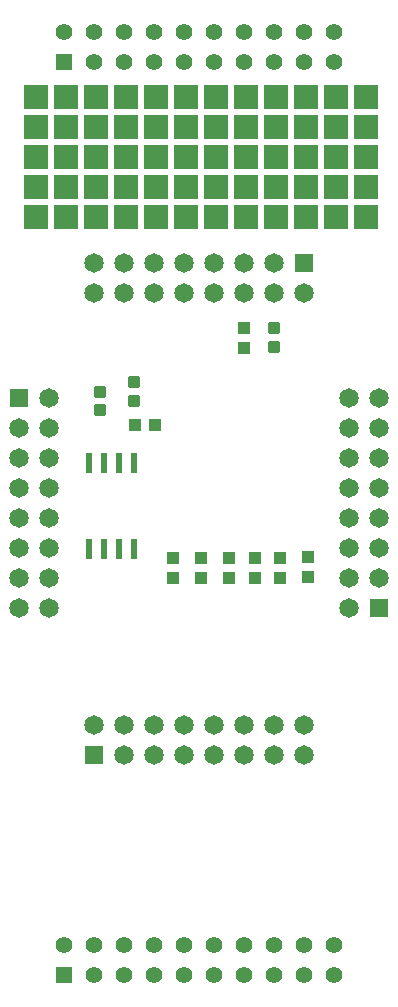
<source format=gbr>
%TF.GenerationSoftware,Altium Limited,Altium Designer,23.4.1 (23)*%
G04 Layer_Color=255*
%FSLAX45Y45*%
%MOMM*%
%TF.SameCoordinates,06F9E411-BB4A-4FCF-AF8D-8E7D50D0EFEC*%
%TF.FilePolarity,Positive*%
%TF.FileFunction,Pads,Bot*%
%TF.Part,Single*%
G01*
G75*
%TA.AperFunction,SMDPad,CuDef*%
G04:AMPARAMS|DCode=11|XSize=0.94mm|YSize=1.02mm|CornerRadius=0.094mm|HoleSize=0mm|Usage=FLASHONLY|Rotation=270.000|XOffset=0mm|YOffset=0mm|HoleType=Round|Shape=RoundedRectangle|*
%AMROUNDEDRECTD11*
21,1,0.94000,0.83200,0,0,270.0*
21,1,0.75200,1.02000,0,0,270.0*
1,1,0.18800,-0.41600,-0.37600*
1,1,0.18800,-0.41600,0.37600*
1,1,0.18800,0.41600,0.37600*
1,1,0.18800,0.41600,-0.37600*
%
%ADD11ROUNDEDRECTD11*%
%ADD12R,1.00000X1.10000*%
%TA.AperFunction,ComponentPad*%
%ADD18C,1.39000*%
%ADD19R,1.39000X1.39000*%
%ADD20R,1.65000X1.65000*%
%ADD21C,1.65000*%
%TA.AperFunction,ViaPad*%
%ADD22R,2.00000X2.00000*%
%TA.AperFunction,ComponentPad*%
%ADD23R,1.65000X1.65000*%
%TA.AperFunction,SMDPad,CuDef*%
G04:AMPARAMS|DCode=25|XSize=0.58mm|YSize=1.61mm|CornerRadius=0.0435mm|HoleSize=0mm|Usage=FLASHONLY|Rotation=180.000|XOffset=0mm|YOffset=0mm|HoleType=Round|Shape=RoundedRectangle|*
%AMROUNDEDRECTD25*
21,1,0.58000,1.52300,0,0,180.0*
21,1,0.49300,1.61000,0,0,180.0*
1,1,0.08700,-0.24650,0.76150*
1,1,0.08700,0.24650,0.76150*
1,1,0.08700,0.24650,-0.76150*
1,1,0.08700,-0.24650,-0.76150*
%
%ADD25ROUNDEDRECTD25*%
%ADD26R,1.10000X1.00000*%
D11*
X2286000Y5826500D02*
D03*
Y5984500D02*
D03*
X809625Y5286750D02*
D03*
Y5444750D02*
D03*
X1095375Y5524125D02*
D03*
Y5366125D02*
D03*
D12*
X2032000Y5814875D02*
D03*
Y5984875D02*
D03*
X2571750Y4043500D02*
D03*
Y3873500D02*
D03*
X2333625Y4037875D02*
D03*
Y3867875D02*
D03*
X2127250Y4037875D02*
D03*
Y3867875D02*
D03*
X1428750Y4037875D02*
D03*
Y3867875D02*
D03*
X1666875Y4037875D02*
D03*
Y3867875D02*
D03*
X1905000Y4037875D02*
D03*
Y3867875D02*
D03*
D18*
X2794000Y8492000D02*
D03*
Y8238000D02*
D03*
X2540000Y8492000D02*
D03*
Y8238000D02*
D03*
X2286000Y8492000D02*
D03*
Y8238000D02*
D03*
X2032000Y8492000D02*
D03*
Y8238000D02*
D03*
X1778000Y8492000D02*
D03*
Y8238000D02*
D03*
X1524000Y8492000D02*
D03*
Y8238000D02*
D03*
X1270000Y8492000D02*
D03*
Y8238000D02*
D03*
X1016000Y8492000D02*
D03*
Y8238000D02*
D03*
X762000Y8492000D02*
D03*
Y8238000D02*
D03*
X508000Y8492000D02*
D03*
X2794000Y762000D02*
D03*
Y508000D02*
D03*
X2540000Y762000D02*
D03*
Y508000D02*
D03*
X2286000Y762000D02*
D03*
Y508000D02*
D03*
X2032000Y762000D02*
D03*
Y508000D02*
D03*
X1778000Y762000D02*
D03*
Y508000D02*
D03*
X1524000Y762000D02*
D03*
Y508000D02*
D03*
X1270000Y762000D02*
D03*
Y508000D02*
D03*
X1016000Y762000D02*
D03*
Y508000D02*
D03*
X762000Y762000D02*
D03*
Y508000D02*
D03*
X508000Y762000D02*
D03*
D19*
Y8238000D02*
D03*
Y508000D02*
D03*
D20*
X2539000Y6532000D02*
D03*
X761000Y2368000D02*
D03*
D21*
X2539000Y6278000D02*
D03*
X2285000Y6532000D02*
D03*
Y6278000D02*
D03*
X2031000Y6532000D02*
D03*
Y6278000D02*
D03*
X1777000Y6532000D02*
D03*
Y6278000D02*
D03*
X1523000Y6532000D02*
D03*
Y6278000D02*
D03*
X1269000Y6532000D02*
D03*
Y6278000D02*
D03*
X1015000Y6532000D02*
D03*
Y6278000D02*
D03*
X761000Y6532000D02*
D03*
Y6278000D02*
D03*
Y2622000D02*
D03*
X1015000Y2368000D02*
D03*
Y2622000D02*
D03*
X1269000Y2368000D02*
D03*
Y2622000D02*
D03*
X1523000Y2368000D02*
D03*
Y2622000D02*
D03*
X1777000Y2368000D02*
D03*
Y2622000D02*
D03*
X2031000Y2368000D02*
D03*
Y2622000D02*
D03*
X2285000Y2368000D02*
D03*
Y2622000D02*
D03*
X2539000Y2368000D02*
D03*
Y2622000D02*
D03*
X2919000Y3611000D02*
D03*
X3173000Y3865000D02*
D03*
X2919000D02*
D03*
X3173000Y4119000D02*
D03*
X2919000D02*
D03*
X3173000Y4373000D02*
D03*
X2919000D02*
D03*
X3173000Y4627000D02*
D03*
X2919000D02*
D03*
X3173000Y4881000D02*
D03*
X2919000D02*
D03*
X3173000Y5135000D02*
D03*
X2919000D02*
D03*
X3173000Y5389000D02*
D03*
X2919000D02*
D03*
X381000D02*
D03*
X127000Y5135000D02*
D03*
X381000D02*
D03*
X127000Y4881000D02*
D03*
X381000D02*
D03*
X127000Y4627000D02*
D03*
X381000D02*
D03*
X127000Y4373000D02*
D03*
X381000D02*
D03*
X127000Y4119000D02*
D03*
X381000D02*
D03*
X127000Y3865000D02*
D03*
X381000D02*
D03*
X127000Y3611000D02*
D03*
X381000D02*
D03*
D22*
X2555875Y6921500D02*
D03*
X2301875D02*
D03*
X2809875D02*
D03*
X3063875D02*
D03*
X1539875D02*
D03*
X1793875D02*
D03*
X2047875D02*
D03*
X1285875D02*
D03*
X777875D02*
D03*
X523875D02*
D03*
X1031875D02*
D03*
X269875D02*
D03*
X2555875Y7175500D02*
D03*
X2301875D02*
D03*
X2809875D02*
D03*
X3063875D02*
D03*
X1539875D02*
D03*
X1793875D02*
D03*
X2047875D02*
D03*
X1285875D02*
D03*
X777875D02*
D03*
X523875D02*
D03*
X1031875D02*
D03*
X269875D02*
D03*
Y7429500D02*
D03*
X1031875D02*
D03*
X523875D02*
D03*
X777875D02*
D03*
X1285875D02*
D03*
X2047875D02*
D03*
X1793875D02*
D03*
X1539875D02*
D03*
X3063875D02*
D03*
X2809875D02*
D03*
X2301875D02*
D03*
X2555875D02*
D03*
X2301875Y7937500D02*
D03*
Y7683500D02*
D03*
X2555875D02*
D03*
Y7937500D02*
D03*
X3063875D02*
D03*
Y7683500D02*
D03*
X2809875D02*
D03*
Y7937500D02*
D03*
X1285875D02*
D03*
Y7683500D02*
D03*
X1539875D02*
D03*
Y7937500D02*
D03*
X2047875D02*
D03*
Y7683500D02*
D03*
X1793875D02*
D03*
Y7937500D02*
D03*
X777875D02*
D03*
Y7683500D02*
D03*
X1031875D02*
D03*
Y7937500D02*
D03*
X523875D02*
D03*
Y7683500D02*
D03*
X269875D02*
D03*
Y7937500D02*
D03*
D23*
X3173000Y3611000D02*
D03*
X127000Y5389000D02*
D03*
D25*
X1095375Y4837250D02*
D03*
X968375D02*
D03*
X841375D02*
D03*
X714375D02*
D03*
Y4116250D02*
D03*
X841375D02*
D03*
X968375D02*
D03*
X1095375D02*
D03*
D26*
X1105625Y5159375D02*
D03*
X1275625D02*
D03*
%TF.MD5,ae0dfaf6395b54b4017c6b657a83e7e1*%
M02*

</source>
